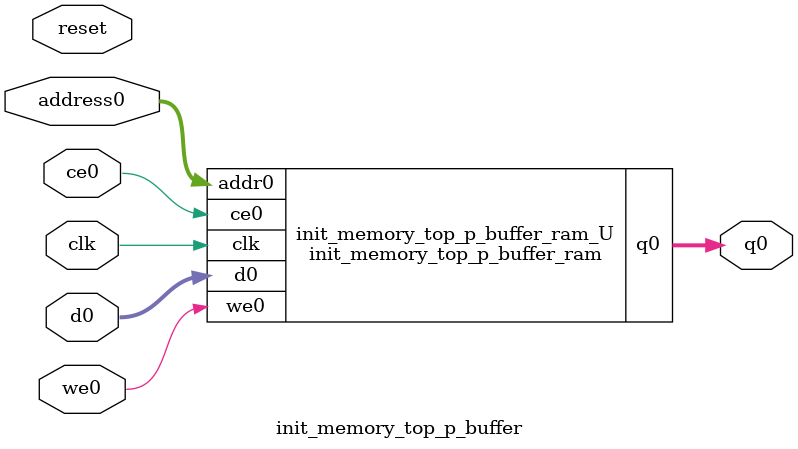
<source format=v>

`timescale 1 ns / 1 ps
module init_memory_top_p_buffer_ram (addr0, ce0, d0, we0, q0,  clk);

parameter DWIDTH = 32;
parameter AWIDTH = 6;
parameter MEM_SIZE = 48;

input[AWIDTH-1:0] addr0;
input ce0;
input[DWIDTH-1:0] d0;
input we0;
output reg[DWIDTH-1:0] q0;
input clk;

(* ram_style = "block" *)reg [DWIDTH-1:0] ram[MEM_SIZE-1:0];




always @(posedge clk)  
begin 
    if (ce0) 
    begin
        if (we0) 
        begin 
            ram[addr0] <= d0; 
            q0 <= d0;
        end 
        else 
            q0 <= ram[addr0];
    end
end


endmodule


`timescale 1 ns / 1 ps
module init_memory_top_p_buffer(
    reset,
    clk,
    address0,
    ce0,
    we0,
    d0,
    q0);

parameter DataWidth = 32'd32;
parameter AddressRange = 32'd48;
parameter AddressWidth = 32'd6;
input reset;
input clk;
input[AddressWidth - 1:0] address0;
input ce0;
input we0;
input[DataWidth - 1:0] d0;
output[DataWidth - 1:0] q0;




init_memory_top_p_buffer_ram init_memory_top_p_buffer_ram_U(
    .clk( clk ),
    .addr0( address0 ),
    .ce0( ce0 ),
    .d0( d0 ),
    .we0( we0 ),
    .q0( q0 ));

endmodule


</source>
